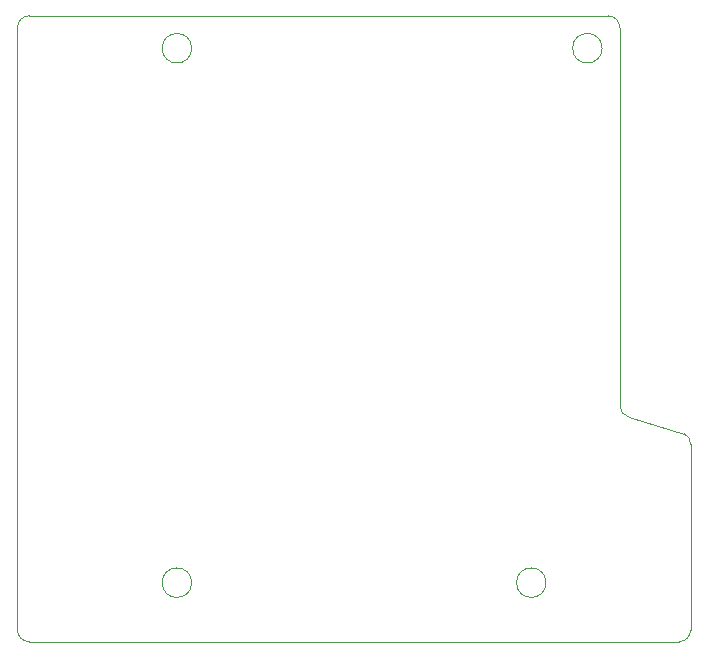
<source format=gm1>
G04 #@! TF.GenerationSoftware,KiCad,Pcbnew,7.0.2*
G04 #@! TF.CreationDate,2024-02-24T12:26:05+01:00*
G04 #@! TF.ProjectId,dsp_board,6473705f-626f-4617-9264-2e6b69636164,rev?*
G04 #@! TF.SameCoordinates,Original*
G04 #@! TF.FileFunction,Profile,NP*
%FSLAX46Y46*%
G04 Gerber Fmt 4.6, Leading zero omitted, Abs format (unit mm)*
G04 Created by KiCad (PCBNEW 7.0.2) date 2024-02-24 12:26:05*
%MOMM*%
%LPD*%
G01*
G04 APERTURE LIST*
G04 #@! TA.AperFunction,Profile*
%ADD10C,0.100000*%
G04 #@! TD*
G04 APERTURE END LIST*
D10*
X34000000Y-140500000D02*
G75*
G03*
X35000000Y-141500000I1000000J0D01*
G01*
X85000001Y-121525731D02*
G75*
G03*
X85757384Y-122470463I999999J25731D01*
G01*
X85000000Y-89500000D02*
G75*
G03*
X84000000Y-88500000I-1000000J0D01*
G01*
X35000000Y-88500000D02*
X84000000Y-88500000D01*
X48750000Y-91250000D02*
G75*
G03*
X48750000Y-91250000I-1250000J0D01*
G01*
X35000000Y-88500000D02*
G75*
G03*
X34000000Y-89500000I0J-1000000D01*
G01*
X90447214Y-123881304D02*
X85757384Y-122470463D01*
X78750000Y-136500000D02*
G75*
G03*
X78750000Y-136500000I-1250000J0D01*
G01*
X83500000Y-91250000D02*
G75*
G03*
X83500000Y-91250000I-1250000J0D01*
G01*
X90000000Y-141500000D02*
X35000000Y-141500000D01*
X85000000Y-121525731D02*
X85000000Y-89500000D01*
X48750000Y-136500000D02*
G75*
G03*
X48750000Y-136500000I-1250000J0D01*
G01*
X90000000Y-141500000D02*
G75*
G03*
X91000000Y-140500000I0J1000000D01*
G01*
X34000000Y-140500000D02*
X34000000Y-89500000D01*
X90999972Y-124775731D02*
G75*
G03*
X90447214Y-123881304I-999972J31D01*
G01*
X91000000Y-140500000D02*
X91000000Y-124775731D01*
M02*

</source>
